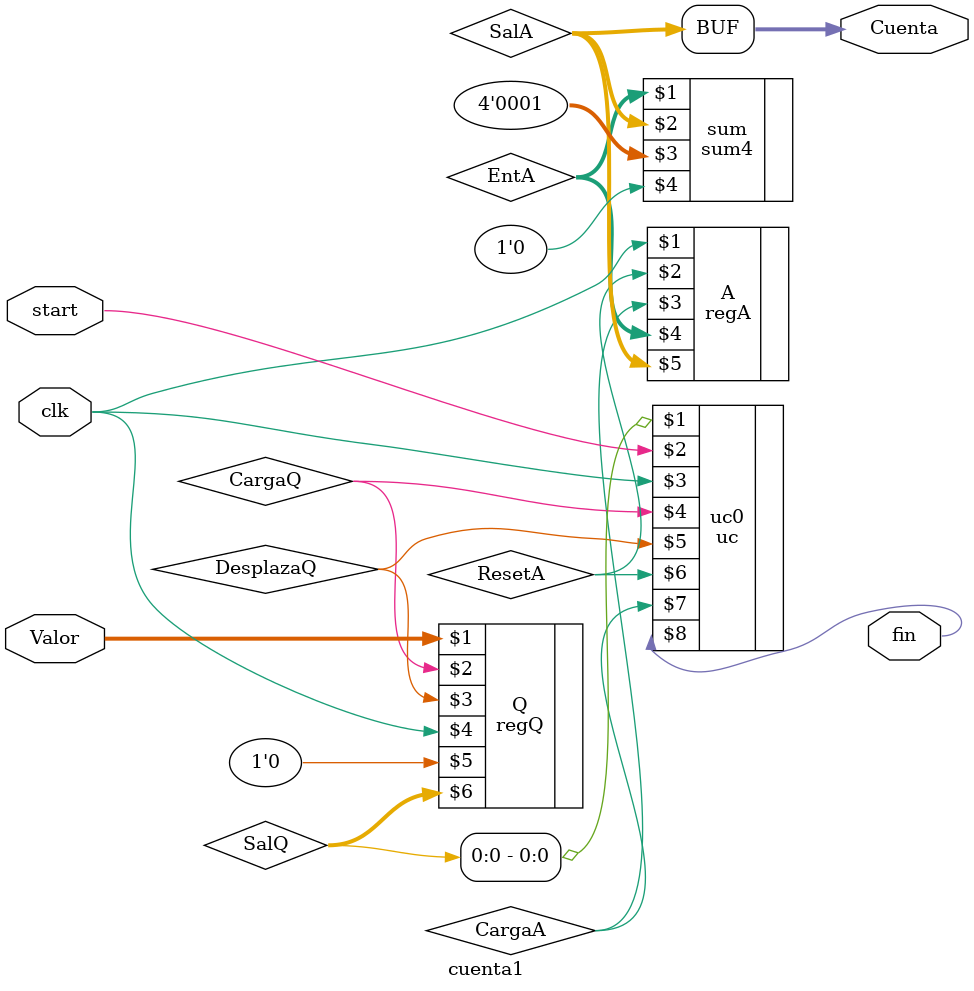
<source format=v>
module cuenta1(input wire [2:0] Valor, input wire start, clk, output wire [3:0] Cuenta, output wire fin);

wire ResetA, CargaA, CargaQ, DesplazaQ;
wire [3:0] EntA, SalA;
wire [2:0] SalQ;

assign Cuenta = SalA; //Para producir salidas de tipo wire

sum4 sum(EntA, SalA, 4'b001, 1'b0); //Acarreos sin conectar a nada, el de entrada a 0
regA A(clk, ResetA, CargaA, EntA, SalA);
uc uc0(SalQ[0], start, clk, CargaQ, DesplazaQ, ResetA, CargaA, fin);
regQ Q(Valor, CargaQ, DesplazaQ, clk, 1'b0, SalQ); //anulamos el reset, ya que se inicializa con la carga de Valor

endmodule

</source>
